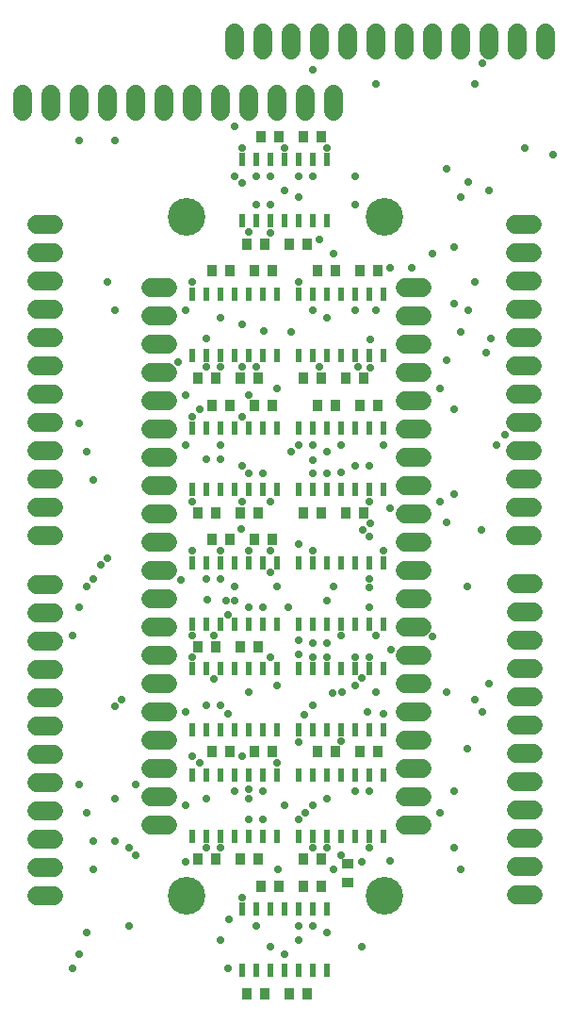
<source format=gbr>
G04 EAGLE Gerber RS-274X export*
G75*
%MOMM*%
%FSLAX34Y34*%
%LPD*%
%INSoldermask Top*%
%IPPOS*%
%AMOC8*
5,1,8,0,0,1.08239X$1,22.5*%
G01*
G04 Define Apertures*
%ADD10C,3.378000*%
%ADD11C,1.651000*%
%ADD12R,0.584200X1.244600*%
%ADD13R,0.925700X1.100900*%
%ADD14R,1.100900X0.925700*%
%ADD15C,0.731000*%
D10*
X344170Y725170D03*
X344170Y115570D03*
X166370Y725170D03*
X166370Y115570D03*
D11*
X148990Y661670D02*
X133750Y661670D01*
X133750Y636270D02*
X148990Y636270D01*
X148990Y610870D02*
X133750Y610870D01*
X133750Y585470D02*
X148990Y585470D01*
X148990Y560070D02*
X133750Y560070D01*
X133750Y534670D02*
X148990Y534670D01*
X148990Y509270D02*
X133750Y509270D01*
X133750Y483870D02*
X148990Y483870D01*
X148990Y458470D02*
X133750Y458470D01*
X133750Y433070D02*
X148990Y433070D01*
X148990Y407670D02*
X133750Y407670D01*
X133750Y382270D02*
X148990Y382270D01*
X148990Y356870D02*
X133750Y356870D01*
X133750Y331470D02*
X148990Y331470D01*
X148990Y306070D02*
X133750Y306070D01*
X133750Y280670D02*
X148990Y280670D01*
X148990Y255270D02*
X133750Y255270D01*
X133750Y229870D02*
X148990Y229870D01*
X148990Y204470D02*
X133750Y204470D01*
X133750Y179070D02*
X148990Y179070D01*
X362350Y661670D02*
X377590Y661670D01*
X377590Y636270D02*
X362350Y636270D01*
X362350Y610870D02*
X377590Y610870D01*
X377590Y585470D02*
X362350Y585470D01*
X362350Y560070D02*
X377590Y560070D01*
X377590Y534670D02*
X362350Y534670D01*
X362350Y509270D02*
X377590Y509270D01*
X377590Y483870D02*
X362350Y483870D01*
X362350Y458470D02*
X377590Y458470D01*
X377590Y433070D02*
X362350Y433070D01*
X362350Y407670D02*
X377590Y407670D01*
X377590Y382270D02*
X362350Y382270D01*
X362350Y356870D02*
X377590Y356870D01*
X377590Y331470D02*
X362350Y331470D01*
X362350Y306070D02*
X377590Y306070D01*
X377590Y280670D02*
X362350Y280670D01*
X362350Y255270D02*
X377590Y255270D01*
X377590Y229870D02*
X362350Y229870D01*
X362350Y204470D02*
X377590Y204470D01*
X377590Y179070D02*
X362350Y179070D01*
X46990Y394970D02*
X31750Y394970D01*
X31750Y369570D02*
X46990Y369570D01*
X46990Y344170D02*
X31750Y344170D01*
X31750Y318770D02*
X46990Y318770D01*
X46990Y293370D02*
X31750Y293370D01*
X31750Y267970D02*
X46990Y267970D01*
X46990Y242570D02*
X31750Y242570D01*
X31750Y217170D02*
X46990Y217170D01*
X46990Y191770D02*
X31750Y191770D01*
X31750Y166370D02*
X46990Y166370D01*
X46990Y140970D02*
X31750Y140970D01*
X31750Y115570D02*
X46990Y115570D01*
X462280Y396240D02*
X477520Y396240D01*
X477520Y370840D02*
X462280Y370840D01*
X462280Y345440D02*
X477520Y345440D01*
X477520Y320040D02*
X462280Y320040D01*
X462280Y294640D02*
X477520Y294640D01*
X477520Y269240D02*
X462280Y269240D01*
X462280Y243840D02*
X477520Y243840D01*
X477520Y218440D02*
X462280Y218440D01*
X462280Y193040D02*
X477520Y193040D01*
X477520Y167640D02*
X462280Y167640D01*
X462280Y142240D02*
X477520Y142240D01*
X477520Y116840D02*
X462280Y116840D01*
X46990Y718820D02*
X31750Y718820D01*
X31750Y693420D02*
X46990Y693420D01*
X46990Y668020D02*
X31750Y668020D01*
X31750Y642620D02*
X46990Y642620D01*
X46990Y617220D02*
X31750Y617220D01*
X31750Y591820D02*
X46990Y591820D01*
X46990Y566420D02*
X31750Y566420D01*
X31750Y541020D02*
X46990Y541020D01*
X46990Y515620D02*
X31750Y515620D01*
X31750Y490220D02*
X46990Y490220D01*
X46990Y464820D02*
X31750Y464820D01*
X31750Y439420D02*
X46990Y439420D01*
X461520Y718820D02*
X476760Y718820D01*
X476760Y693420D02*
X461520Y693420D01*
X461520Y668020D02*
X476760Y668020D01*
X476760Y642620D02*
X461520Y642620D01*
X461520Y617220D02*
X476760Y617220D01*
X476760Y591820D02*
X461520Y591820D01*
X461520Y566420D02*
X476760Y566420D01*
X476760Y541020D02*
X461520Y541020D01*
X461520Y515620D02*
X476760Y515620D01*
X476760Y490220D02*
X461520Y490220D01*
X461520Y464820D02*
X476760Y464820D01*
X476760Y439420D02*
X461520Y439420D01*
X19050Y820166D02*
X19050Y835406D01*
X44450Y835406D02*
X44450Y820166D01*
X69850Y820166D02*
X69850Y835406D01*
X95250Y835406D02*
X95250Y820166D01*
X120650Y820166D02*
X120650Y835406D01*
X146050Y835406D02*
X146050Y820166D01*
X171450Y820166D02*
X171450Y835406D01*
X196850Y835406D02*
X196850Y820166D01*
X222250Y820166D02*
X222250Y835406D01*
X247650Y835406D02*
X247650Y820166D01*
X273050Y820166D02*
X273050Y835406D01*
X298450Y835406D02*
X298450Y820166D01*
X209550Y875030D02*
X209550Y890270D01*
X234950Y890270D02*
X234950Y875030D01*
X260350Y875030D02*
X260350Y890270D01*
X285750Y890270D02*
X285750Y875030D01*
X311150Y875030D02*
X311150Y890270D01*
X336550Y890270D02*
X336550Y875030D01*
X361950Y875030D02*
X361950Y890270D01*
X387350Y890270D02*
X387350Y875030D01*
X412750Y875030D02*
X412750Y890270D01*
X438150Y890270D02*
X438150Y875030D01*
X463550Y875030D02*
X463550Y890270D01*
X488950Y890270D02*
X488950Y875030D01*
D12*
X215900Y48768D03*
X228600Y48768D03*
X241300Y48768D03*
X254000Y48768D03*
X266700Y48768D03*
X279400Y48768D03*
X292100Y48768D03*
X292100Y103632D03*
X279400Y103632D03*
X266700Y103632D03*
X254000Y103632D03*
X241300Y103632D03*
X228600Y103632D03*
X215900Y103632D03*
X171450Y169418D03*
X184150Y169418D03*
X196850Y169418D03*
X209550Y169418D03*
X222250Y169418D03*
X234950Y169418D03*
X247650Y169418D03*
X247650Y224282D03*
X234950Y224282D03*
X222250Y224282D03*
X209550Y224282D03*
X196850Y224282D03*
X184150Y224282D03*
X171450Y224282D03*
D13*
X274852Y27940D03*
X258548Y27940D03*
X271248Y124460D03*
X287552Y124460D03*
X233148Y124460D03*
X249452Y124460D03*
X192302Y148590D03*
X175998Y148590D03*
X230402Y148590D03*
X214098Y148590D03*
X226798Y245110D03*
X243102Y245110D03*
X188698Y245110D03*
X205002Y245110D03*
D12*
X266700Y169418D03*
X279400Y169418D03*
X292100Y169418D03*
X304800Y169418D03*
X317500Y169418D03*
X330200Y169418D03*
X342900Y169418D03*
X342900Y224282D03*
X330200Y224282D03*
X317500Y224282D03*
X304800Y224282D03*
X292100Y224282D03*
X279400Y224282D03*
X266700Y224282D03*
D13*
X287552Y148590D03*
X271248Y148590D03*
D14*
X311150Y127738D03*
X311150Y144042D03*
D13*
X322048Y245110D03*
X338352Y245110D03*
X283948Y245110D03*
X300252Y245110D03*
D12*
X171450Y359918D03*
X184150Y359918D03*
X196850Y359918D03*
X209550Y359918D03*
X222250Y359918D03*
X234950Y359918D03*
X247650Y359918D03*
X247650Y414782D03*
X234950Y414782D03*
X222250Y414782D03*
X209550Y414782D03*
X196850Y414782D03*
X184150Y414782D03*
X171450Y414782D03*
D13*
X236752Y27940D03*
X220448Y27940D03*
X192302Y339090D03*
X175998Y339090D03*
X230402Y339090D03*
X214098Y339090D03*
X226798Y435610D03*
X243102Y435610D03*
X188698Y435610D03*
X205002Y435610D03*
D12*
X171450Y480568D03*
X184150Y480568D03*
X196850Y480568D03*
X209550Y480568D03*
X222250Y480568D03*
X234950Y480568D03*
X247650Y480568D03*
X247650Y535432D03*
X234950Y535432D03*
X222250Y535432D03*
X209550Y535432D03*
X196850Y535432D03*
X184150Y535432D03*
X171450Y535432D03*
D13*
X192302Y459740D03*
X175998Y459740D03*
X230402Y459740D03*
X214098Y459740D03*
X188698Y556260D03*
X205002Y556260D03*
X226798Y556260D03*
X243102Y556260D03*
D12*
X266700Y480568D03*
X279400Y480568D03*
X292100Y480568D03*
X304800Y480568D03*
X317500Y480568D03*
X330200Y480568D03*
X342900Y480568D03*
X342900Y535432D03*
X330200Y535432D03*
X317500Y535432D03*
X304800Y535432D03*
X292100Y535432D03*
X279400Y535432D03*
X266700Y535432D03*
D13*
X287552Y459740D03*
X271248Y459740D03*
X325652Y459740D03*
X309348Y459740D03*
X322048Y556260D03*
X338352Y556260D03*
X283948Y556260D03*
X300252Y556260D03*
D12*
X171450Y601218D03*
X184150Y601218D03*
X196850Y601218D03*
X209550Y601218D03*
X222250Y601218D03*
X234950Y601218D03*
X247650Y601218D03*
X247650Y656082D03*
X234950Y656082D03*
X222250Y656082D03*
X209550Y656082D03*
X196850Y656082D03*
X184150Y656082D03*
X171450Y656082D03*
D13*
X192302Y580390D03*
X175998Y580390D03*
D12*
X266700Y601218D03*
X279400Y601218D03*
X292100Y601218D03*
X304800Y601218D03*
X317500Y601218D03*
X330200Y601218D03*
X342900Y601218D03*
X342900Y656082D03*
X330200Y656082D03*
X317500Y656082D03*
X304800Y656082D03*
X292100Y656082D03*
X279400Y656082D03*
X266700Y656082D03*
D13*
X230402Y580390D03*
X214098Y580390D03*
X226798Y676910D03*
X243102Y676910D03*
X188698Y676910D03*
X205002Y676910D03*
X287552Y580390D03*
X271248Y580390D03*
X325652Y580390D03*
X309348Y580390D03*
D12*
X215900Y721868D03*
X228600Y721868D03*
X241300Y721868D03*
X254000Y721868D03*
X266700Y721868D03*
X279400Y721868D03*
X292100Y721868D03*
X292100Y776732D03*
X279400Y776732D03*
X266700Y776732D03*
X254000Y776732D03*
X241300Y776732D03*
X228600Y776732D03*
X215900Y776732D03*
D13*
X236752Y701040D03*
X220448Y701040D03*
X274852Y701040D03*
X258548Y701040D03*
X271248Y797560D03*
X287552Y797560D03*
X233148Y797560D03*
X249452Y797560D03*
D12*
X266700Y359918D03*
X279400Y359918D03*
X292100Y359918D03*
X304800Y359918D03*
X317500Y359918D03*
X330200Y359918D03*
X342900Y359918D03*
X342900Y414782D03*
X330200Y414782D03*
X317500Y414782D03*
X304800Y414782D03*
X292100Y414782D03*
X279400Y414782D03*
X266700Y414782D03*
X266700Y264668D03*
X279400Y264668D03*
X292100Y264668D03*
X304800Y264668D03*
X317500Y264668D03*
X330200Y264668D03*
X342900Y264668D03*
X342900Y319532D03*
X330200Y319532D03*
X317500Y319532D03*
X304800Y319532D03*
X292100Y319532D03*
X279400Y319532D03*
X266700Y319532D03*
X171450Y264668D03*
X184150Y264668D03*
X196850Y264668D03*
X209550Y264668D03*
X222250Y264668D03*
X234950Y264668D03*
X247650Y264668D03*
X247650Y319532D03*
X234950Y319532D03*
X222250Y319532D03*
X209550Y319532D03*
X196850Y319532D03*
X184150Y319532D03*
X171450Y319532D03*
D13*
X322048Y676910D03*
X338352Y676910D03*
X283948Y676910D03*
X300252Y676910D03*
D15*
X196850Y508000D03*
X196850Y425450D03*
X222250Y425450D03*
X241300Y425450D03*
X184608Y381458D03*
X201986Y381056D03*
X184150Y508000D03*
X222250Y495300D03*
X234950Y495300D03*
X279400Y495300D03*
X292100Y495300D03*
X317500Y501650D03*
X330200Y501650D03*
X184150Y590550D03*
X196850Y590550D03*
X285750Y590550D03*
X215900Y590550D03*
X228600Y590550D03*
X158750Y594642D03*
X330200Y438150D03*
X317500Y641350D03*
X336550Y641350D03*
X228600Y736600D03*
X317500Y736600D03*
X241300Y736600D03*
X317500Y762000D03*
X279400Y762000D03*
X266700Y762000D03*
X400050Y298450D03*
X184150Y400050D03*
X393700Y469900D03*
X241300Y469900D03*
X393700Y571500D03*
X184150Y615950D03*
X393700Y190500D03*
X234950Y184150D03*
X331326Y589804D03*
X331136Y615014D03*
X160783Y399174D03*
X203200Y279400D03*
X196850Y76200D03*
X266700Y76200D03*
X165100Y520700D03*
X196850Y520700D03*
X222250Y565674D03*
X165100Y641350D03*
X292100Y635000D03*
X165100Y280670D03*
X203200Y368300D03*
X222250Y374650D03*
X165218Y565150D03*
X165100Y196850D03*
X279400Y196850D03*
X257810Y374650D03*
X234950Y374650D03*
X260350Y514350D03*
X279400Y520700D03*
X260350Y622300D03*
X215900Y628650D03*
X209550Y762000D03*
X228600Y762000D03*
X235886Y623236D03*
X254536Y196850D03*
X323850Y146050D03*
X412750Y139700D03*
X241300Y69850D03*
X323850Y69850D03*
X196850Y400050D03*
X298450Y393700D03*
X412750Y622300D03*
X196850Y635000D03*
X412750Y742950D03*
X266700Y742950D03*
X418564Y247650D03*
X418564Y393700D03*
X114300Y158750D03*
X184150Y158750D03*
X196850Y158750D03*
X114300Y88900D03*
X266700Y88900D03*
X228600Y88900D03*
X279400Y88900D03*
X120650Y215900D03*
X234950Y209550D03*
X317500Y209550D03*
X330200Y209550D03*
X120650Y152400D03*
X279400Y158750D03*
X292100Y158750D03*
X221921Y211093D03*
X171450Y329677D03*
X177800Y234950D03*
X273050Y190500D03*
X215900Y114300D03*
X170970Y425450D03*
X266700Y431800D03*
X266700Y520700D03*
X171450Y546100D03*
X171450Y666750D03*
X266700Y666750D03*
X215900Y787400D03*
X266700Y332006D03*
X184150Y202720D03*
X101600Y203200D03*
X101600Y165100D03*
X330200Y158750D03*
X406400Y158750D03*
X406400Y476250D03*
X330200Y469900D03*
X406400Y552450D03*
X177800Y552450D03*
X406400Y647700D03*
X279400Y641350D03*
X406400Y698500D03*
X285750Y704850D03*
X222250Y184150D03*
X222250Y203200D03*
X292100Y203200D03*
X215900Y469900D03*
X400050Y450850D03*
X406400Y209550D03*
X292100Y514350D03*
X400050Y596900D03*
X320374Y590401D03*
X400050Y768350D03*
X241300Y762000D03*
X215900Y501650D03*
X342900Y425450D03*
X279400Y425450D03*
X271714Y278064D03*
X328515Y281085D03*
X349250Y463550D03*
X317500Y330200D03*
X292100Y330200D03*
X324386Y443964D03*
X190500Y349250D03*
X330200Y374650D03*
X330200Y392372D03*
X292100Y381000D03*
X222250Y298450D03*
X297514Y297514D03*
X323850Y311150D03*
X190500Y310670D03*
X342900Y279400D03*
X438150Y306070D03*
X431800Y863600D03*
X439392Y615950D03*
X431800Y280670D03*
X425450Y844550D03*
X336550Y844550D03*
X435328Y603250D03*
X304800Y349250D03*
X336550Y349250D03*
X304800Y254524D03*
X266700Y254000D03*
X266700Y345440D03*
X387350Y348714D03*
X215900Y241300D03*
X247650Y304800D03*
X336550Y298450D03*
X171594Y241300D03*
X306014Y298450D03*
X279400Y330200D03*
X349730Y336550D03*
X241924Y329576D03*
X254000Y63500D03*
X69850Y63500D03*
X69850Y215900D03*
X292100Y82550D03*
X76200Y82550D03*
X76200Y190500D03*
X82550Y139700D03*
X82550Y165100D03*
X248186Y139700D03*
X165100Y146050D03*
X204136Y94314D03*
X247650Y234950D03*
X209550Y209550D03*
X279400Y342900D03*
X330200Y330200D03*
X203200Y50800D03*
X63500Y50800D03*
X317500Y304800D03*
X292100Y342900D03*
X266700Y184150D03*
X304800Y152400D03*
X349250Y146784D03*
X298450Y139700D03*
X101600Y285750D03*
X101600Y641350D03*
X184150Y286484D03*
X95250Y419100D03*
X95250Y666750D03*
X330200Y399936D03*
X171450Y349250D03*
X63500Y349250D03*
X69850Y374650D03*
X69850Y539750D03*
X209550Y380464D03*
X247650Y393700D03*
X76200Y393700D03*
X76200Y514350D03*
X209550Y393700D03*
X82550Y400050D03*
X82550Y488950D03*
X170914Y469900D03*
X214964Y445436D03*
X425450Y666750D03*
X331136Y449778D03*
X431264Y444500D03*
X425450Y292100D03*
X419100Y641350D03*
X196850Y286484D03*
X247650Y571500D03*
X215900Y546100D03*
X279767Y507097D03*
X304800Y495836D03*
X342900Y520164D03*
X452064Y529717D03*
X304800Y520700D03*
X444500Y520700D03*
X241300Y406400D03*
X88900Y412750D03*
X107950Y292100D03*
X101600Y793750D03*
X69850Y793750D03*
X279400Y286822D03*
X222250Y712052D03*
X241300Y711200D03*
X209550Y806450D03*
X279400Y857250D03*
X368300Y679450D03*
X349250Y679450D03*
X298450Y692150D03*
X387350Y692150D03*
X215900Y755650D03*
X419100Y756384D03*
X254000Y749300D03*
X438150Y749300D03*
X469900Y787400D03*
X292100Y787400D03*
X254000Y787400D03*
X495300Y781050D03*
M02*

</source>
